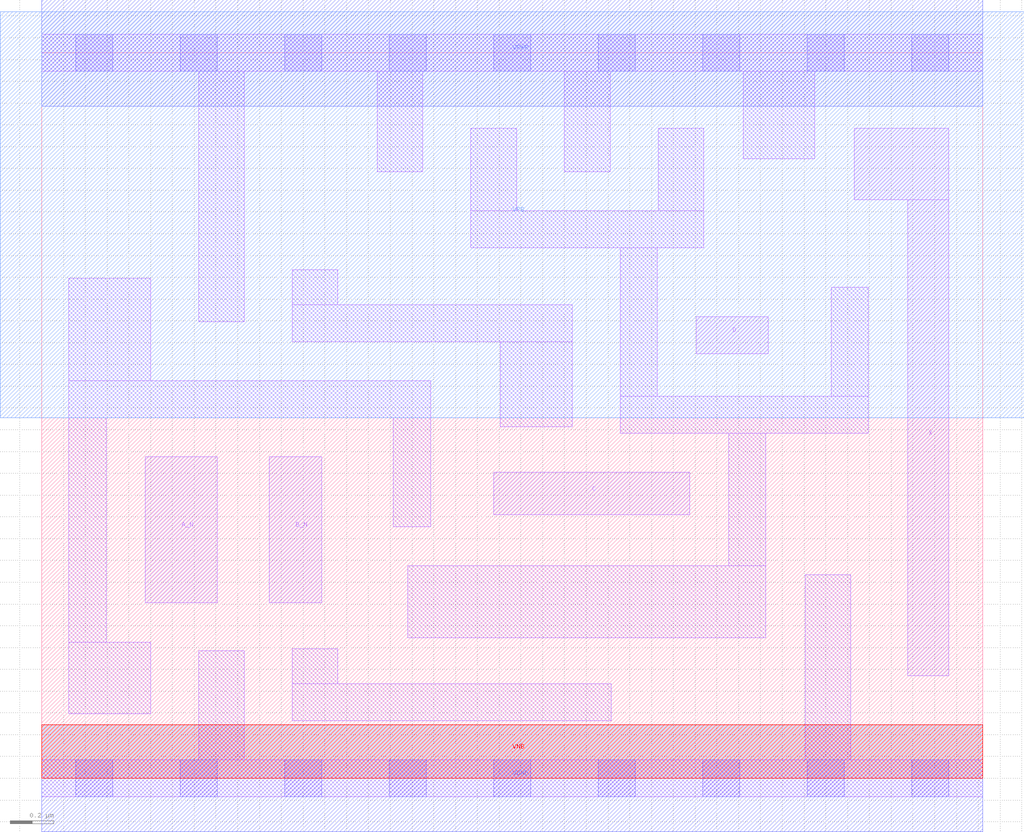
<source format=lef>
# Copyright 2020 The SkyWater PDK Authors
#
# Licensed under the Apache License, Version 2.0 (the "License");
# you may not use this file except in compliance with the License.
# You may obtain a copy of the License at
#
#     https://www.apache.org/licenses/LICENSE-2.0
#
# Unless required by applicable law or agreed to in writing, software
# distributed under the License is distributed on an "AS IS" BASIS,
# WITHOUT WARRANTIES OR CONDITIONS OF ANY KIND, either express or implied.
# See the License for the specific language governing permissions and
# limitations under the License.
#
# SPDX-License-Identifier: Apache-2.0

VERSION 5.7 ;
  NOWIREEXTENSIONATPIN ON ;
  DIVIDERCHAR "/" ;
  BUSBITCHARS "[]" ;
MACRO sky130_fd_sc_lp__and4bb_m
  CLASS CORE ;
  FOREIGN sky130_fd_sc_lp__and4bb_m ;
  ORIGIN  0.000000  0.000000 ;
  SIZE  4.320000 BY  3.330000 ;
  SYMMETRY X Y R90 ;
  SITE unit ;
  PIN A_N
    ANTENNAGATEAREA  0.126000 ;
    DIRECTION INPUT ;
    USE SIGNAL ;
    PORT
      LAYER li1 ;
        RECT 0.475000 0.805000 0.805000 1.475000 ;
    END
  END A_N
  PIN B_N
    ANTENNAGATEAREA  0.126000 ;
    DIRECTION INPUT ;
    USE SIGNAL ;
    PORT
      LAYER li1 ;
        RECT 1.045000 0.805000 1.285000 1.475000 ;
    END
  END B_N
  PIN C
    ANTENNAGATEAREA  0.126000 ;
    DIRECTION INPUT ;
    USE SIGNAL ;
    PORT
      LAYER li1 ;
        RECT 2.075000 1.210000 2.975000 1.405000 ;
    END
  END C
  PIN D
    ANTENNAGATEAREA  0.126000 ;
    DIRECTION INPUT ;
    USE SIGNAL ;
    PORT
      LAYER li1 ;
        RECT 3.005000 1.950000 3.335000 2.120000 ;
    END
  END D
  PIN X
    ANTENNADIFFAREA  0.222600 ;
    DIRECTION OUTPUT ;
    USE SIGNAL ;
    PORT
      LAYER li1 ;
        RECT 3.730000 2.655000 4.165000 2.985000 ;
        RECT 3.975000 0.470000 4.165000 2.655000 ;
    END
  END X
  PIN VGND
    DIRECTION INOUT ;
    USE GROUND ;
    PORT
      LAYER met1 ;
        RECT 0.000000 -0.245000 4.320000 0.245000 ;
    END
  END VGND
  PIN VNB
    DIRECTION INOUT ;
    USE GROUND ;
    PORT
      LAYER pwell ;
        RECT 0.000000 0.000000 4.320000 0.245000 ;
    END
  END VNB
  PIN VPB
    DIRECTION INOUT ;
    USE POWER ;
    PORT
      LAYER nwell ;
        RECT -0.190000 1.655000 4.510000 3.520000 ;
    END
  END VPB
  PIN VPWR
    DIRECTION INOUT ;
    USE POWER ;
    PORT
      LAYER met1 ;
        RECT 0.000000 3.085000 4.320000 3.575000 ;
    END
  END VPWR
  OBS
    LAYER li1 ;
      RECT 0.000000 -0.085000 4.320000 0.085000 ;
      RECT 0.000000  3.245000 4.320000 3.415000 ;
      RECT 0.125000  0.295000 0.500000 0.625000 ;
      RECT 0.125000  0.625000 0.295000 1.655000 ;
      RECT 0.125000  1.655000 1.785000 1.825000 ;
      RECT 0.125000  1.825000 0.500000 2.295000 ;
      RECT 0.720000  0.085000 0.930000 0.585000 ;
      RECT 0.720000  2.095000 0.930000 3.245000 ;
      RECT 1.150000  0.265000 2.615000 0.435000 ;
      RECT 1.150000  0.435000 1.360000 0.595000 ;
      RECT 1.150000  2.005000 2.435000 2.175000 ;
      RECT 1.150000  2.175000 1.360000 2.335000 ;
      RECT 1.540000  2.785000 1.750000 3.245000 ;
      RECT 1.615000  1.155000 1.785000 1.655000 ;
      RECT 1.680000  0.645000 3.325000 0.975000 ;
      RECT 1.970000  2.435000 3.040000 2.605000 ;
      RECT 1.970000  2.605000 2.180000 2.985000 ;
      RECT 2.105000  1.615000 2.435000 2.005000 ;
      RECT 2.400000  2.785000 2.610000 3.245000 ;
      RECT 2.655000  1.585000 3.795000 1.755000 ;
      RECT 2.655000  1.755000 2.825000 2.435000 ;
      RECT 2.830000  2.605000 3.040000 2.985000 ;
      RECT 3.155000  0.975000 3.325000 1.585000 ;
      RECT 3.220000  2.845000 3.550000 3.245000 ;
      RECT 3.505000  0.085000 3.715000 0.935000 ;
      RECT 3.625000  1.755000 3.795000 2.255000 ;
    LAYER mcon ;
      RECT 0.155000 -0.085000 0.325000 0.085000 ;
      RECT 0.155000  3.245000 0.325000 3.415000 ;
      RECT 0.635000 -0.085000 0.805000 0.085000 ;
      RECT 0.635000  3.245000 0.805000 3.415000 ;
      RECT 1.115000 -0.085000 1.285000 0.085000 ;
      RECT 1.115000  3.245000 1.285000 3.415000 ;
      RECT 1.595000 -0.085000 1.765000 0.085000 ;
      RECT 1.595000  3.245000 1.765000 3.415000 ;
      RECT 2.075000 -0.085000 2.245000 0.085000 ;
      RECT 2.075000  3.245000 2.245000 3.415000 ;
      RECT 2.555000 -0.085000 2.725000 0.085000 ;
      RECT 2.555000  3.245000 2.725000 3.415000 ;
      RECT 3.035000 -0.085000 3.205000 0.085000 ;
      RECT 3.035000  3.245000 3.205000 3.415000 ;
      RECT 3.515000 -0.085000 3.685000 0.085000 ;
      RECT 3.515000  3.245000 3.685000 3.415000 ;
      RECT 3.995000 -0.085000 4.165000 0.085000 ;
      RECT 3.995000  3.245000 4.165000 3.415000 ;
  END
END sky130_fd_sc_lp__and4bb_m
END LIBRARY

</source>
